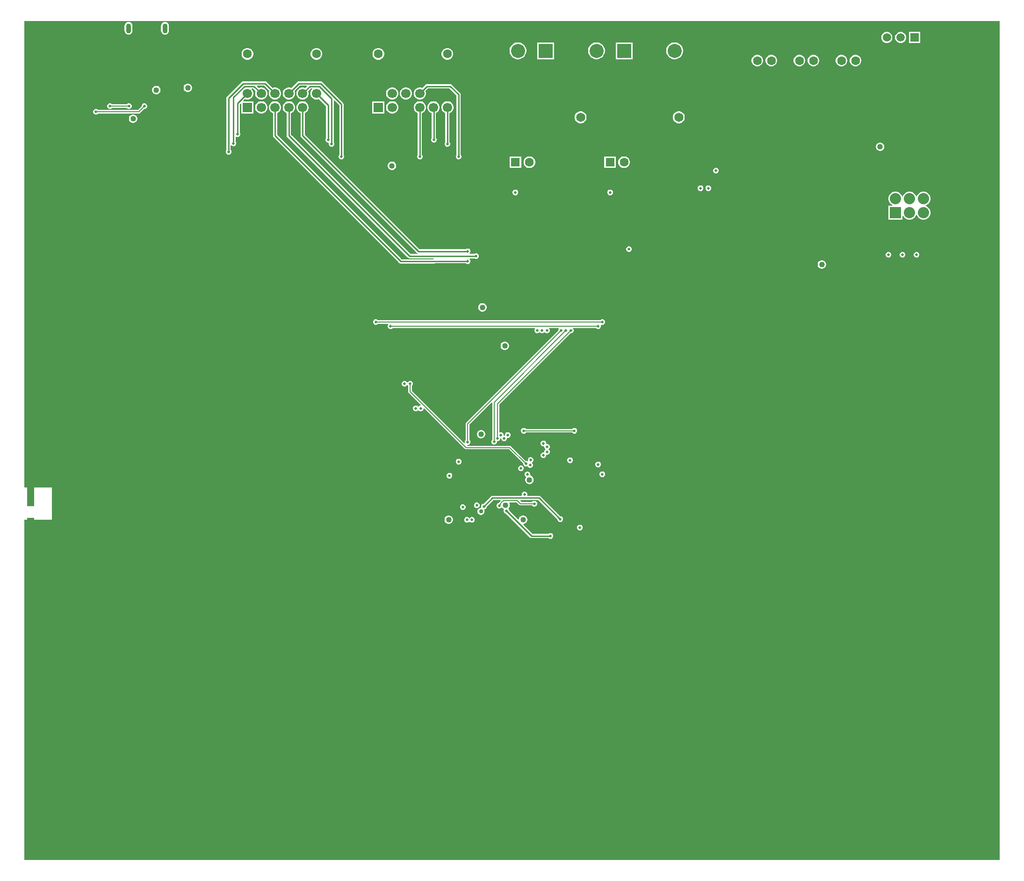
<source format=gbr>
G04*
G04 #@! TF.GenerationSoftware,Altium Limited,Altium Designer,23.2.1 (34)*
G04*
G04 Layer_Physical_Order=3*
G04 Layer_Color=16440176*
%FSLAX44Y44*%
%MOMM*%
G71*
G04*
G04 #@! TF.SameCoordinates,B8F3427F-0302-4C4C-BDD2-04FEC27F4463*
G04*
G04*
G04 #@! TF.FilePolarity,Positive*
G04*
G01*
G75*
%ADD11C,0.1524*%
%ADD16C,0.2540*%
%ADD63C,1.7000*%
%ADD65C,1.6000*%
%ADD80R,2.5400X2.5400*%
%ADD81C,2.5400*%
%ADD82R,1.7000X1.7000*%
%ADD83R,1.6000X1.6000*%
%ADD84C,1.6000*%
%ADD85C,2.0320*%
%ADD86R,2.0320X2.0320*%
%ADD87R,1.5000X1.5000*%
%ADD88C,1.5000*%
%ADD89C,1.6500*%
%ADD90O,0.9000X1.8000*%
%ADD91C,5.0800*%
%ADD92C,0.5080*%
%ADD93C,1.0160*%
%ADD94C,0.7620*%
G36*
X1775961Y2039D02*
X10160D01*
Y618490D01*
X15240D01*
Y621665D01*
X27940D01*
Y618490D01*
X59690D01*
Y676910D01*
X27940D01*
Y643128D01*
X15240D01*
Y676910D01*
X10160D01*
Y1521961D01*
X1775961D01*
Y2039D01*
D02*
G37*
%LPC*%
G36*
X264710Y1520361D02*
X262872Y1520119D01*
X261160Y1519409D01*
X259689Y1518281D01*
X258561Y1516810D01*
X257851Y1515098D01*
X257609Y1513260D01*
Y1504260D01*
X257851Y1502422D01*
X258561Y1500710D01*
X259689Y1499239D01*
X261160Y1498111D01*
X262872Y1497401D01*
X264710Y1497159D01*
X266548Y1497401D01*
X268260Y1498111D01*
X269731Y1499239D01*
X270859Y1500710D01*
X271569Y1502422D01*
X271811Y1504260D01*
Y1513260D01*
X271569Y1515098D01*
X270859Y1516810D01*
X269731Y1518281D01*
X268260Y1519409D01*
X266548Y1520119D01*
X264710Y1520361D01*
D02*
G37*
G36*
X198710D02*
X196872Y1520119D01*
X195160Y1519409D01*
X193689Y1518281D01*
X192561Y1516810D01*
X191851Y1515098D01*
X191609Y1513260D01*
Y1504260D01*
X191851Y1502422D01*
X192561Y1500710D01*
X193689Y1499239D01*
X195160Y1498111D01*
X196872Y1497401D01*
X198710Y1497159D01*
X200548Y1497401D01*
X202260Y1498111D01*
X203731Y1499239D01*
X204859Y1500710D01*
X205569Y1502422D01*
X205811Y1504260D01*
Y1513260D01*
X205569Y1515098D01*
X204859Y1516810D01*
X203731Y1518281D01*
X202260Y1519409D01*
X200548Y1520119D01*
X198710Y1520361D01*
D02*
G37*
G36*
X1631830Y1502290D02*
X1611750D01*
Y1482210D01*
X1631830D01*
Y1502290D01*
D02*
G37*
G36*
X1598112D02*
X1595468D01*
X1592915Y1501606D01*
X1590625Y1500284D01*
X1588756Y1498415D01*
X1587434Y1496125D01*
X1586750Y1493572D01*
Y1490928D01*
X1587434Y1488375D01*
X1588756Y1486085D01*
X1590625Y1484216D01*
X1592915Y1482894D01*
X1595468Y1482210D01*
X1598112D01*
X1600665Y1482894D01*
X1602955Y1484216D01*
X1604824Y1486085D01*
X1606146Y1488375D01*
X1606830Y1490928D01*
Y1493572D01*
X1606146Y1496125D01*
X1604824Y1498415D01*
X1602955Y1500284D01*
X1600665Y1501606D01*
X1598112Y1502290D01*
D02*
G37*
G36*
X1573112D02*
X1570468D01*
X1567915Y1501606D01*
X1565625Y1500284D01*
X1563756Y1498415D01*
X1562434Y1496125D01*
X1561750Y1493572D01*
Y1490928D01*
X1562434Y1488375D01*
X1563756Y1486085D01*
X1565625Y1484216D01*
X1567915Y1482894D01*
X1570468Y1482210D01*
X1573112D01*
X1575665Y1482894D01*
X1577955Y1484216D01*
X1579824Y1486085D01*
X1581146Y1488375D01*
X1581830Y1490928D01*
Y1493572D01*
X1581146Y1496125D01*
X1579824Y1498415D01*
X1577955Y1500284D01*
X1575665Y1501606D01*
X1573112Y1502290D01*
D02*
G37*
G36*
X1188951Y1483360D02*
X1185949D01*
X1183005Y1482774D01*
X1180231Y1481626D01*
X1177735Y1479958D01*
X1175612Y1477835D01*
X1173944Y1475339D01*
X1172796Y1472565D01*
X1172210Y1469621D01*
Y1466619D01*
X1172796Y1463675D01*
X1173944Y1460901D01*
X1175612Y1458405D01*
X1177735Y1456282D01*
X1180231Y1454615D01*
X1183005Y1453466D01*
X1185949Y1452880D01*
X1188951D01*
X1191895Y1453466D01*
X1194669Y1454615D01*
X1197165Y1456282D01*
X1199288Y1458405D01*
X1200956Y1460901D01*
X1202104Y1463675D01*
X1202690Y1466619D01*
Y1469621D01*
X1202104Y1472565D01*
X1200956Y1475339D01*
X1199288Y1477835D01*
X1197165Y1479958D01*
X1194669Y1481626D01*
X1191895Y1482774D01*
X1188951Y1483360D01*
D02*
G37*
G36*
X1111250D02*
X1080770D01*
Y1452880D01*
X1111250D01*
Y1483360D01*
D02*
G37*
G36*
X1047473D02*
X1044471D01*
X1041527Y1482774D01*
X1038753Y1481626D01*
X1036257Y1479958D01*
X1034134Y1477835D01*
X1032467Y1475339D01*
X1031318Y1472565D01*
X1030732Y1469621D01*
Y1466619D01*
X1031318Y1463675D01*
X1032467Y1460901D01*
X1034134Y1458405D01*
X1036257Y1456282D01*
X1038753Y1454615D01*
X1041527Y1453466D01*
X1044471Y1452880D01*
X1047473D01*
X1050417Y1453466D01*
X1053191Y1454615D01*
X1055687Y1456282D01*
X1057810Y1458405D01*
X1059477Y1460901D01*
X1060626Y1463675D01*
X1061212Y1466619D01*
Y1469621D01*
X1060626Y1472565D01*
X1059477Y1475339D01*
X1057810Y1477835D01*
X1055687Y1479958D01*
X1053191Y1481626D01*
X1050417Y1482774D01*
X1047473Y1483360D01*
D02*
G37*
G36*
X969010D02*
X938530D01*
Y1452880D01*
X969010D01*
Y1483360D01*
D02*
G37*
G36*
X905233D02*
X902231D01*
X899287Y1482774D01*
X896513Y1481626D01*
X894017Y1479958D01*
X891894Y1477835D01*
X890227Y1475339D01*
X889078Y1472565D01*
X888492Y1469621D01*
Y1466619D01*
X889078Y1463675D01*
X890227Y1460901D01*
X891894Y1458405D01*
X894017Y1456282D01*
X896513Y1454615D01*
X899287Y1453466D01*
X902231Y1452880D01*
X905233D01*
X908177Y1453466D01*
X910951Y1454615D01*
X913447Y1456282D01*
X915570Y1458405D01*
X917237Y1460901D01*
X918386Y1463675D01*
X918972Y1466619D01*
Y1469621D01*
X918386Y1472565D01*
X917237Y1475339D01*
X915570Y1477835D01*
X913447Y1479958D01*
X910951Y1481626D01*
X908177Y1482774D01*
X905233Y1483360D01*
D02*
G37*
G36*
X777427Y1472990D02*
X774652D01*
X771972Y1472272D01*
X769568Y1470884D01*
X767606Y1468922D01*
X766218Y1466518D01*
X765500Y1463838D01*
Y1461062D01*
X766218Y1458382D01*
X767606Y1455978D01*
X769568Y1454016D01*
X771972Y1452628D01*
X774652Y1451910D01*
X777427D01*
X780108Y1452628D01*
X782512Y1454016D01*
X784474Y1455978D01*
X785861Y1458382D01*
X786580Y1461062D01*
Y1463838D01*
X785861Y1466518D01*
X784474Y1468922D01*
X782512Y1470884D01*
X780108Y1472272D01*
X777427Y1472990D01*
D02*
G37*
G36*
X652428D02*
X649652D01*
X646972Y1472272D01*
X644568Y1470884D01*
X642606Y1468922D01*
X641218Y1466518D01*
X640500Y1463838D01*
Y1461062D01*
X641218Y1458382D01*
X642606Y1455978D01*
X644568Y1454016D01*
X646972Y1452628D01*
X649652Y1451910D01*
X652428D01*
X655108Y1452628D01*
X657512Y1454016D01*
X659474Y1455978D01*
X660862Y1458382D01*
X661580Y1461062D01*
Y1463838D01*
X660862Y1466518D01*
X659474Y1468922D01*
X657512Y1470884D01*
X655108Y1472272D01*
X652428Y1472990D01*
D02*
G37*
G36*
X540337D02*
X537562D01*
X534882Y1472272D01*
X532478Y1470884D01*
X530516Y1468922D01*
X529128Y1466518D01*
X528410Y1463838D01*
Y1461062D01*
X529128Y1458382D01*
X530516Y1455978D01*
X532478Y1454016D01*
X534882Y1452628D01*
X537562Y1451910D01*
X540337D01*
X543018Y1452628D01*
X545421Y1454016D01*
X547384Y1455978D01*
X548771Y1458382D01*
X549490Y1461062D01*
Y1463838D01*
X548771Y1466518D01*
X547384Y1468922D01*
X545421Y1470884D01*
X543018Y1472272D01*
X540337Y1472990D01*
D02*
G37*
G36*
X415338D02*
X412562D01*
X409882Y1472272D01*
X407478Y1470884D01*
X405516Y1468922D01*
X404128Y1466518D01*
X403410Y1463838D01*
Y1461062D01*
X404128Y1458382D01*
X405516Y1455978D01*
X407478Y1454016D01*
X409882Y1452628D01*
X412562Y1451910D01*
X415338D01*
X418018Y1452628D01*
X420422Y1454016D01*
X422384Y1455978D01*
X423772Y1458382D01*
X424490Y1461062D01*
Y1463838D01*
X423772Y1466518D01*
X422384Y1468922D01*
X420422Y1470884D01*
X418018Y1472272D01*
X415338Y1472990D01*
D02*
G37*
G36*
X1516498Y1460880D02*
X1513722D01*
X1511042Y1460162D01*
X1508638Y1458774D01*
X1506676Y1456812D01*
X1505288Y1454408D01*
X1504570Y1451728D01*
Y1448952D01*
X1505288Y1446272D01*
X1506676Y1443868D01*
X1508638Y1441906D01*
X1511042Y1440518D01*
X1513722Y1439800D01*
X1516498D01*
X1519178Y1440518D01*
X1521582Y1441906D01*
X1523544Y1443868D01*
X1524932Y1446272D01*
X1525650Y1448952D01*
Y1451728D01*
X1524932Y1454408D01*
X1523544Y1456812D01*
X1521582Y1458774D01*
X1519178Y1460162D01*
X1516498Y1460880D01*
D02*
G37*
G36*
X1491098D02*
X1488322D01*
X1485642Y1460162D01*
X1483238Y1458774D01*
X1481276Y1456812D01*
X1479888Y1454408D01*
X1479170Y1451728D01*
Y1448952D01*
X1479888Y1446272D01*
X1481276Y1443868D01*
X1483238Y1441906D01*
X1485642Y1440518D01*
X1488322Y1439800D01*
X1491098D01*
X1493778Y1440518D01*
X1496182Y1441906D01*
X1498144Y1443868D01*
X1499532Y1446272D01*
X1500250Y1448952D01*
Y1451728D01*
X1499532Y1454408D01*
X1498144Y1456812D01*
X1496182Y1458774D01*
X1493778Y1460162D01*
X1491098Y1460880D01*
D02*
G37*
G36*
X1440298D02*
X1437522D01*
X1434842Y1460162D01*
X1432438Y1458774D01*
X1430476Y1456812D01*
X1429088Y1454408D01*
X1428370Y1451728D01*
Y1448952D01*
X1429088Y1446272D01*
X1430476Y1443868D01*
X1432438Y1441906D01*
X1434842Y1440518D01*
X1437522Y1439800D01*
X1440298D01*
X1442978Y1440518D01*
X1445382Y1441906D01*
X1447344Y1443868D01*
X1448732Y1446272D01*
X1449450Y1448952D01*
Y1451728D01*
X1448732Y1454408D01*
X1447344Y1456812D01*
X1445382Y1458774D01*
X1442978Y1460162D01*
X1440298Y1460880D01*
D02*
G37*
G36*
X1414898D02*
X1412122D01*
X1409442Y1460162D01*
X1407038Y1458774D01*
X1405076Y1456812D01*
X1403688Y1454408D01*
X1402970Y1451728D01*
Y1448952D01*
X1403688Y1446272D01*
X1405076Y1443868D01*
X1407038Y1441906D01*
X1409442Y1440518D01*
X1412122Y1439800D01*
X1414898D01*
X1417578Y1440518D01*
X1419982Y1441906D01*
X1421944Y1443868D01*
X1423332Y1446272D01*
X1424050Y1448952D01*
Y1451728D01*
X1423332Y1454408D01*
X1421944Y1456812D01*
X1419982Y1458774D01*
X1417578Y1460162D01*
X1414898Y1460880D01*
D02*
G37*
G36*
X1364098D02*
X1361322D01*
X1358642Y1460162D01*
X1356238Y1458774D01*
X1354276Y1456812D01*
X1352888Y1454408D01*
X1352170Y1451728D01*
Y1448952D01*
X1352888Y1446272D01*
X1354276Y1443868D01*
X1356238Y1441906D01*
X1358642Y1440518D01*
X1361322Y1439800D01*
X1364098D01*
X1366778Y1440518D01*
X1369182Y1441906D01*
X1371144Y1443868D01*
X1372532Y1446272D01*
X1373250Y1448952D01*
Y1451728D01*
X1372532Y1454408D01*
X1371144Y1456812D01*
X1369182Y1458774D01*
X1366778Y1460162D01*
X1364098Y1460880D01*
D02*
G37*
G36*
X1338698D02*
X1335922D01*
X1333242Y1460162D01*
X1330838Y1458774D01*
X1328876Y1456812D01*
X1327488Y1454408D01*
X1326770Y1451728D01*
Y1448952D01*
X1327488Y1446272D01*
X1328876Y1443868D01*
X1330838Y1441906D01*
X1333242Y1440518D01*
X1335922Y1439800D01*
X1338698D01*
X1341378Y1440518D01*
X1343782Y1441906D01*
X1345744Y1443868D01*
X1347132Y1446272D01*
X1347850Y1448952D01*
Y1451728D01*
X1347132Y1454408D01*
X1345744Y1456812D01*
X1343782Y1458774D01*
X1341378Y1460162D01*
X1338698Y1460880D01*
D02*
G37*
G36*
X781455Y1407607D02*
X739112D01*
X737625Y1407311D01*
X736365Y1406469D01*
X730639Y1400743D01*
X730301Y1400938D01*
X727493Y1401690D01*
X724587D01*
X721779Y1400938D01*
X719261Y1399484D01*
X717206Y1397429D01*
X715752Y1394911D01*
X715000Y1392103D01*
Y1389197D01*
X715752Y1386389D01*
X717206Y1383871D01*
X719261Y1381816D01*
X721779Y1380362D01*
X724587Y1379610D01*
X727493D01*
X730301Y1380362D01*
X732819Y1381816D01*
X734874Y1383871D01*
X736328Y1386389D01*
X737080Y1389197D01*
Y1392103D01*
X736328Y1394911D01*
X736133Y1395249D01*
X740721Y1399837D01*
X779846D01*
X792405Y1387278D01*
Y1279650D01*
X791983Y1279228D01*
X791210Y1277361D01*
Y1275340D01*
X791983Y1273472D01*
X793412Y1272043D01*
X795279Y1271270D01*
X797300D01*
X799168Y1272043D01*
X800597Y1273472D01*
X801370Y1275340D01*
Y1277361D01*
X800597Y1279228D01*
X800175Y1279650D01*
Y1388887D01*
X799879Y1390373D01*
X799037Y1391633D01*
X784202Y1406469D01*
X782941Y1407311D01*
X781455Y1407607D01*
D02*
G37*
G36*
X546469Y1412687D02*
X507102D01*
X505615Y1412391D01*
X504355Y1411549D01*
X493549Y1400743D01*
X493211Y1400938D01*
X490403Y1401690D01*
X487497D01*
X484689Y1400938D01*
X482171Y1399484D01*
X480116Y1397429D01*
X478662Y1394911D01*
X477910Y1392103D01*
Y1389197D01*
X478662Y1386389D01*
X480116Y1383871D01*
X482171Y1381816D01*
X484689Y1380362D01*
X487497Y1379610D01*
X490403D01*
X493211Y1380362D01*
X495729Y1381816D01*
X497784Y1383871D01*
X499238Y1386389D01*
X499990Y1389197D01*
Y1392103D01*
X499238Y1394911D01*
X499043Y1395249D01*
X508711Y1404917D01*
X521064D01*
X521550Y1403744D01*
X518549Y1400743D01*
X518211Y1400938D01*
X515403Y1401690D01*
X512497D01*
X509689Y1400938D01*
X507171Y1399484D01*
X505116Y1397429D01*
X503662Y1394911D01*
X502910Y1392103D01*
Y1389197D01*
X503662Y1386389D01*
X505116Y1383871D01*
X507171Y1381816D01*
X509689Y1380362D01*
X512497Y1379610D01*
X515403D01*
X518211Y1380362D01*
X520729Y1381816D01*
X522784Y1383871D01*
X524238Y1386389D01*
X524990Y1389197D01*
Y1392103D01*
X524238Y1394911D01*
X524043Y1395249D01*
X528631Y1399837D01*
X530728D01*
X531254Y1398567D01*
X530116Y1397429D01*
X528662Y1394911D01*
X527910Y1392103D01*
Y1389197D01*
X528662Y1386389D01*
X530116Y1383871D01*
X532171Y1381816D01*
X534689Y1380362D01*
X537497Y1379610D01*
X540403D01*
X543211Y1380362D01*
X543549Y1380557D01*
X556185Y1367921D01*
Y1310130D01*
X555763Y1309708D01*
X554990Y1307841D01*
Y1305820D01*
X555763Y1303952D01*
X557192Y1302523D01*
X559059Y1301750D01*
X560599D01*
X561412Y1300795D01*
X561488Y1300577D01*
X561340Y1300220D01*
Y1298199D01*
X562113Y1296332D01*
X563542Y1294903D01*
X565410Y1294130D01*
X567430D01*
X569298Y1294903D01*
X570727Y1296332D01*
X571500Y1298199D01*
Y1300220D01*
X570727Y1302088D01*
X570305Y1302510D01*
Y1377813D01*
X571478Y1378299D01*
X580315Y1369462D01*
Y1279650D01*
X579893Y1279228D01*
X579120Y1277361D01*
Y1275340D01*
X579893Y1273472D01*
X581322Y1272043D01*
X583190Y1271270D01*
X585210D01*
X587078Y1272043D01*
X588507Y1273472D01*
X589280Y1275340D01*
Y1277361D01*
X588507Y1279228D01*
X588085Y1279650D01*
Y1371071D01*
X587789Y1372557D01*
X586947Y1373817D01*
X549216Y1411549D01*
X547955Y1412391D01*
X546469Y1412687D01*
D02*
G37*
G36*
X307073Y1408430D02*
X305067D01*
X303129Y1407911D01*
X301391Y1406908D01*
X299972Y1405489D01*
X298969Y1403751D01*
X298450Y1401813D01*
Y1399807D01*
X298969Y1397869D01*
X299972Y1396131D01*
X301391Y1394713D01*
X303129Y1393709D01*
X305067Y1393190D01*
X307073D01*
X309011Y1393709D01*
X310749Y1394713D01*
X312167Y1396131D01*
X313171Y1397869D01*
X313690Y1399807D01*
Y1401813D01*
X313171Y1403751D01*
X312167Y1405489D01*
X310749Y1406908D01*
X309011Y1407911D01*
X307073Y1408430D01*
D02*
G37*
G36*
X249923Y1404620D02*
X247917D01*
X245979Y1404101D01*
X244241Y1403098D01*
X242822Y1401679D01*
X241819Y1399941D01*
X241300Y1398003D01*
Y1395997D01*
X241819Y1394059D01*
X242822Y1392321D01*
X244241Y1390903D01*
X245979Y1389899D01*
X247917Y1389380D01*
X249923D01*
X251861Y1389899D01*
X253599Y1390903D01*
X255018Y1392321D01*
X256021Y1394059D01*
X256540Y1395997D01*
Y1398003D01*
X256021Y1399941D01*
X255018Y1401679D01*
X253599Y1403098D01*
X251861Y1404101D01*
X249923Y1404620D01*
D02*
G37*
G36*
X702493Y1401690D02*
X699587D01*
X696779Y1400938D01*
X694261Y1399484D01*
X692206Y1397429D01*
X690752Y1394911D01*
X690000Y1392103D01*
Y1389197D01*
X690752Y1386389D01*
X692206Y1383871D01*
X694261Y1381816D01*
X696779Y1380362D01*
X699587Y1379610D01*
X702493D01*
X705301Y1380362D01*
X707819Y1381816D01*
X709874Y1383871D01*
X711328Y1386389D01*
X712080Y1389197D01*
Y1392103D01*
X711328Y1394911D01*
X709874Y1397429D01*
X707819Y1399484D01*
X705301Y1400938D01*
X702493Y1401690D01*
D02*
G37*
G36*
X677493D02*
X674587D01*
X671779Y1400938D01*
X669261Y1399484D01*
X667206Y1397429D01*
X665752Y1394911D01*
X665000Y1392103D01*
Y1389197D01*
X665752Y1386389D01*
X667206Y1383871D01*
X669261Y1381816D01*
X671779Y1380362D01*
X674587Y1379610D01*
X677493D01*
X680301Y1380362D01*
X682819Y1381816D01*
X684874Y1383871D01*
X686328Y1386389D01*
X687080Y1389197D01*
Y1392103D01*
X686328Y1394911D01*
X684874Y1397429D01*
X682819Y1399484D01*
X680301Y1400938D01*
X677493Y1401690D01*
D02*
G37*
G36*
X445798Y1412687D02*
X406431D01*
X404945Y1412391D01*
X403684Y1411549D01*
X376983Y1384848D01*
X376141Y1383587D01*
X375845Y1382101D01*
Y1288540D01*
X375423Y1288118D01*
X374650Y1286250D01*
Y1284229D01*
X375423Y1282362D01*
X376852Y1280933D01*
X378719Y1280160D01*
X380741D01*
X382608Y1280933D01*
X384037Y1282362D01*
X384810Y1284229D01*
Y1286250D01*
X384037Y1288118D01*
X383615Y1288540D01*
Y1296505D01*
X384885Y1297031D01*
X385742Y1296173D01*
X387609Y1295400D01*
X389631D01*
X391498Y1296173D01*
X392927Y1297602D01*
X393700Y1299469D01*
Y1301490D01*
X392927Y1303358D01*
X392505Y1303780D01*
Y1311882D01*
X393775Y1312513D01*
X395229Y1311910D01*
X397251D01*
X399118Y1312683D01*
X400547Y1314112D01*
X401320Y1315979D01*
Y1318000D01*
X400547Y1319868D01*
X400125Y1320290D01*
Y1371331D01*
X401737Y1372943D01*
X402910Y1372457D01*
Y1354610D01*
X424990D01*
Y1376690D01*
X407143D01*
X406657Y1377863D01*
X409351Y1380557D01*
X409689Y1380362D01*
X412497Y1379610D01*
X415403D01*
X418211Y1380362D01*
X420729Y1381816D01*
X422784Y1383871D01*
X424238Y1386389D01*
X424990Y1389197D01*
Y1392103D01*
X424238Y1394911D01*
X422784Y1397429D01*
X421646Y1398567D01*
X422172Y1399837D01*
X424269D01*
X428857Y1395249D01*
X428662Y1394911D01*
X427910Y1392103D01*
Y1389197D01*
X428662Y1386389D01*
X430116Y1383871D01*
X432171Y1381816D01*
X434689Y1380362D01*
X437497Y1379610D01*
X440403D01*
X443211Y1380362D01*
X445729Y1381816D01*
X447784Y1383871D01*
X449238Y1386389D01*
X449990Y1389197D01*
Y1392103D01*
X449238Y1394911D01*
X447784Y1397429D01*
X445729Y1399484D01*
X443211Y1400938D01*
X440403Y1401690D01*
X437497D01*
X434689Y1400938D01*
X434351Y1400743D01*
X431350Y1403744D01*
X431836Y1404917D01*
X444189D01*
X453857Y1395249D01*
X453662Y1394911D01*
X452910Y1392103D01*
Y1389197D01*
X453662Y1386389D01*
X455116Y1383871D01*
X457171Y1381816D01*
X459689Y1380362D01*
X462497Y1379610D01*
X465403D01*
X468211Y1380362D01*
X470729Y1381816D01*
X472784Y1383871D01*
X474238Y1386389D01*
X474990Y1389197D01*
Y1392103D01*
X474238Y1394911D01*
X472784Y1397429D01*
X470729Y1399484D01*
X468211Y1400938D01*
X465403Y1401690D01*
X462497D01*
X459689Y1400938D01*
X459351Y1400743D01*
X448545Y1411549D01*
X447285Y1412391D01*
X445798Y1412687D01*
D02*
G37*
G36*
X200401Y1372870D02*
X198379D01*
X196512Y1372097D01*
X195572Y1371157D01*
X168918D01*
X167978Y1372097D01*
X166110Y1372870D01*
X164090D01*
X162222Y1372097D01*
X160793Y1370668D01*
X160020Y1368801D01*
Y1366779D01*
X160793Y1364912D01*
X162222Y1363483D01*
X164090Y1362710D01*
X166110D01*
X167978Y1363483D01*
X168918Y1364423D01*
X195572D01*
X196512Y1363483D01*
X198379Y1362710D01*
X200401D01*
X202268Y1363483D01*
X203697Y1364912D01*
X204470Y1366779D01*
Y1368801D01*
X203697Y1370668D01*
X202268Y1372097D01*
X200401Y1372870D01*
D02*
G37*
G36*
X228340D02*
X226320D01*
X224452Y1372097D01*
X223023Y1370668D01*
X222250Y1368801D01*
Y1367471D01*
X215776Y1360997D01*
X143518D01*
X142578Y1361937D01*
X140710Y1362710D01*
X138689D01*
X136822Y1361937D01*
X135393Y1360508D01*
X134620Y1358640D01*
Y1356620D01*
X135393Y1354752D01*
X136822Y1353323D01*
X138689Y1352550D01*
X140710D01*
X142578Y1353323D01*
X143518Y1354263D01*
X217170D01*
X218458Y1354520D01*
X219551Y1355249D01*
X227011Y1362710D01*
X228340D01*
X230208Y1363483D01*
X231637Y1364912D01*
X232410Y1366779D01*
Y1368801D01*
X231637Y1370668D01*
X230208Y1372097D01*
X228340Y1372870D01*
D02*
G37*
G36*
X677493Y1376690D02*
X674587D01*
X671779Y1375938D01*
X669261Y1374484D01*
X667206Y1372429D01*
X665752Y1369911D01*
X665000Y1367103D01*
Y1364197D01*
X665752Y1361389D01*
X667206Y1358871D01*
X669261Y1356816D01*
X671779Y1355362D01*
X674587Y1354610D01*
X677493D01*
X680301Y1355362D01*
X682819Y1356816D01*
X684874Y1358871D01*
X686328Y1361389D01*
X687080Y1364197D01*
Y1367103D01*
X686328Y1369911D01*
X684874Y1372429D01*
X682819Y1374484D01*
X680301Y1375938D01*
X677493Y1376690D01*
D02*
G37*
G36*
X662080D02*
X640000D01*
Y1354610D01*
X662080D01*
Y1376690D01*
D02*
G37*
G36*
X440403D02*
X437497D01*
X434689Y1375938D01*
X432171Y1374484D01*
X430116Y1372429D01*
X428662Y1369911D01*
X427910Y1367103D01*
Y1364197D01*
X428662Y1361389D01*
X430116Y1358871D01*
X432171Y1356816D01*
X434689Y1355362D01*
X437497Y1354610D01*
X440403D01*
X443211Y1355362D01*
X445729Y1356816D01*
X447784Y1358871D01*
X449238Y1361389D01*
X449990Y1364197D01*
Y1367103D01*
X449238Y1369911D01*
X447784Y1372429D01*
X445729Y1374484D01*
X443211Y1375938D01*
X440403Y1376690D01*
D02*
G37*
G36*
X208013Y1352550D02*
X206007D01*
X204069Y1352031D01*
X202331Y1351028D01*
X200912Y1349609D01*
X199909Y1347871D01*
X199390Y1345933D01*
Y1343927D01*
X199909Y1341989D01*
X200912Y1340251D01*
X202331Y1338833D01*
X204069Y1337829D01*
X206007Y1337310D01*
X208013D01*
X209951Y1337829D01*
X211689Y1338833D01*
X213107Y1340251D01*
X214111Y1341989D01*
X214630Y1343927D01*
Y1345933D01*
X214111Y1347871D01*
X213107Y1349609D01*
X211689Y1351028D01*
X209951Y1352031D01*
X208013Y1352550D01*
D02*
G37*
G36*
X1196490Y1358260D02*
X1193650D01*
X1190905Y1357525D01*
X1188445Y1356104D01*
X1186436Y1354095D01*
X1185015Y1351635D01*
X1184280Y1348891D01*
Y1346049D01*
X1185015Y1343305D01*
X1186436Y1340845D01*
X1188445Y1338836D01*
X1190905Y1337415D01*
X1193650Y1336680D01*
X1196490D01*
X1199235Y1337415D01*
X1201695Y1338836D01*
X1203704Y1340845D01*
X1205125Y1343305D01*
X1205860Y1346049D01*
Y1348891D01*
X1205125Y1351635D01*
X1203704Y1354095D01*
X1201695Y1356104D01*
X1199235Y1357525D01*
X1196490Y1358260D01*
D02*
G37*
G36*
X1018690D02*
X1015850D01*
X1013105Y1357525D01*
X1010645Y1356104D01*
X1008636Y1354095D01*
X1007215Y1351635D01*
X1006480Y1348891D01*
Y1346049D01*
X1007215Y1343305D01*
X1008636Y1340845D01*
X1010645Y1338836D01*
X1013105Y1337415D01*
X1015850Y1336680D01*
X1018690D01*
X1021435Y1337415D01*
X1023895Y1338836D01*
X1025904Y1340845D01*
X1027325Y1343305D01*
X1028060Y1346049D01*
Y1348891D01*
X1027325Y1351635D01*
X1025904Y1354095D01*
X1023895Y1356104D01*
X1021435Y1357525D01*
X1018690Y1358260D01*
D02*
G37*
G36*
X752493Y1376690D02*
X749587D01*
X746779Y1375938D01*
X744261Y1374484D01*
X742206Y1372429D01*
X740752Y1369911D01*
X740000Y1367103D01*
Y1364197D01*
X740752Y1361389D01*
X742206Y1358871D01*
X744261Y1356816D01*
X746779Y1355362D01*
X747555Y1355154D01*
Y1309730D01*
X747533Y1309708D01*
X746760Y1307841D01*
Y1305820D01*
X747533Y1303952D01*
X748962Y1302523D01*
X750829Y1301750D01*
X752850D01*
X754718Y1302523D01*
X756147Y1303952D01*
X756920Y1305820D01*
Y1307841D01*
X756147Y1309708D01*
X755325Y1310530D01*
Y1355376D01*
X757819Y1356816D01*
X759874Y1358871D01*
X761328Y1361389D01*
X762080Y1364197D01*
Y1367103D01*
X761328Y1369911D01*
X759874Y1372429D01*
X757819Y1374484D01*
X755301Y1375938D01*
X752493Y1376690D01*
D02*
G37*
G36*
X777493D02*
X774587D01*
X771779Y1375938D01*
X769261Y1374484D01*
X767206Y1372429D01*
X765752Y1369911D01*
X765000Y1367103D01*
Y1364197D01*
X765752Y1361389D01*
X767206Y1358871D01*
X769261Y1356816D01*
X771779Y1355362D01*
X772120Y1355271D01*
Y1302545D01*
X771663Y1302088D01*
X770890Y1300220D01*
Y1298199D01*
X771663Y1296332D01*
X773092Y1294903D01*
X774959Y1294130D01*
X776981D01*
X778848Y1294903D01*
X780277Y1296332D01*
X781050Y1298199D01*
Y1300220D01*
X780277Y1302088D01*
X779890Y1302475D01*
Y1355252D01*
X780301Y1355362D01*
X782819Y1356816D01*
X784874Y1358871D01*
X786328Y1361389D01*
X787080Y1364197D01*
Y1367103D01*
X786328Y1369911D01*
X784874Y1372429D01*
X782819Y1374484D01*
X780301Y1375938D01*
X777493Y1376690D01*
D02*
G37*
G36*
X1560563Y1301750D02*
X1558557D01*
X1556619Y1301231D01*
X1554881Y1300228D01*
X1553463Y1298809D01*
X1552459Y1297071D01*
X1551940Y1295133D01*
Y1293127D01*
X1552459Y1291189D01*
X1553463Y1289451D01*
X1554881Y1288033D01*
X1556619Y1287029D01*
X1558557Y1286510D01*
X1560563D01*
X1562501Y1287029D01*
X1564239Y1288033D01*
X1565658Y1289451D01*
X1566661Y1291189D01*
X1567180Y1293127D01*
Y1295133D01*
X1566661Y1297071D01*
X1565658Y1298809D01*
X1564239Y1300228D01*
X1562501Y1301231D01*
X1560563Y1301750D01*
D02*
G37*
G36*
X727493Y1376690D02*
X724587D01*
X721779Y1375938D01*
X719261Y1374484D01*
X717206Y1372429D01*
X715752Y1369911D01*
X715000Y1367103D01*
Y1364197D01*
X715752Y1361389D01*
X717206Y1358871D01*
X719261Y1356816D01*
X721779Y1355362D01*
X722355Y1355208D01*
Y1279450D01*
X722133Y1279228D01*
X721360Y1277361D01*
Y1275340D01*
X722133Y1273472D01*
X723562Y1272043D01*
X725430Y1271270D01*
X727450D01*
X729318Y1272043D01*
X730747Y1273472D01*
X731520Y1275340D01*
Y1277361D01*
X730747Y1279228D01*
X730125Y1279850D01*
Y1355315D01*
X730301Y1355362D01*
X732819Y1356816D01*
X734874Y1358871D01*
X736328Y1361389D01*
X737080Y1364197D01*
Y1367103D01*
X736328Y1369911D01*
X734874Y1372429D01*
X732819Y1374484D01*
X730301Y1375938D01*
X727493Y1376690D01*
D02*
G37*
G36*
X1097398Y1276730D02*
X1094622D01*
X1091942Y1276012D01*
X1089538Y1274624D01*
X1087576Y1272662D01*
X1086188Y1270258D01*
X1085470Y1267578D01*
Y1264802D01*
X1086188Y1262122D01*
X1087576Y1259718D01*
X1089538Y1257756D01*
X1091942Y1256368D01*
X1094622Y1255650D01*
X1097398D01*
X1100078Y1256368D01*
X1102482Y1257756D01*
X1104444Y1259718D01*
X1105832Y1262122D01*
X1106550Y1264802D01*
Y1267578D01*
X1105832Y1270258D01*
X1104444Y1272662D01*
X1102482Y1274624D01*
X1100078Y1276012D01*
X1097398Y1276730D01*
D02*
G37*
G36*
X1081150D02*
X1060070D01*
Y1255650D01*
X1081150D01*
Y1276730D01*
D02*
G37*
G36*
X925948D02*
X923172D01*
X920492Y1276012D01*
X918088Y1274624D01*
X916126Y1272662D01*
X914738Y1270258D01*
X914020Y1267578D01*
Y1264802D01*
X914738Y1262122D01*
X916126Y1259718D01*
X918088Y1257756D01*
X920492Y1256368D01*
X923172Y1255650D01*
X925948D01*
X928628Y1256368D01*
X931032Y1257756D01*
X932994Y1259718D01*
X934382Y1262122D01*
X935100Y1264802D01*
Y1267578D01*
X934382Y1270258D01*
X932994Y1272662D01*
X931032Y1274624D01*
X928628Y1276012D01*
X925948Y1276730D01*
D02*
G37*
G36*
X909700D02*
X888620D01*
Y1255650D01*
X909700D01*
Y1276730D01*
D02*
G37*
G36*
X676643Y1267460D02*
X674637D01*
X672699Y1266941D01*
X670961Y1265938D01*
X669542Y1264519D01*
X668539Y1262781D01*
X668020Y1260843D01*
Y1258837D01*
X668539Y1256899D01*
X669542Y1255161D01*
X670961Y1253743D01*
X672699Y1252739D01*
X674637Y1252220D01*
X676643D01*
X678581Y1252739D01*
X680319Y1253743D01*
X681738Y1255161D01*
X682741Y1256899D01*
X683260Y1258837D01*
Y1260843D01*
X682741Y1262781D01*
X681738Y1264519D01*
X680319Y1265938D01*
X678581Y1266941D01*
X676643Y1267460D01*
D02*
G37*
G36*
X1263391Y1256030D02*
X1261369D01*
X1259502Y1255257D01*
X1258073Y1253828D01*
X1257300Y1251961D01*
Y1249939D01*
X1258073Y1248072D01*
X1259502Y1246643D01*
X1261369Y1245870D01*
X1263391D01*
X1265258Y1246643D01*
X1266687Y1248072D01*
X1267460Y1249939D01*
Y1251961D01*
X1266687Y1253828D01*
X1265258Y1255257D01*
X1263391Y1256030D01*
D02*
G37*
G36*
X1249420Y1224280D02*
X1247400D01*
X1245532Y1223507D01*
X1244103Y1222078D01*
X1243330Y1220210D01*
Y1218189D01*
X1244103Y1216322D01*
X1245532Y1214893D01*
X1247400Y1214120D01*
X1249420D01*
X1251288Y1214893D01*
X1252717Y1216322D01*
X1253490Y1218189D01*
Y1220210D01*
X1252717Y1222078D01*
X1251288Y1223507D01*
X1249420Y1224280D01*
D02*
G37*
G36*
X1235451D02*
X1233429D01*
X1231562Y1223507D01*
X1230133Y1222078D01*
X1229360Y1220210D01*
Y1218189D01*
X1230133Y1216322D01*
X1231562Y1214893D01*
X1233429Y1214120D01*
X1235451D01*
X1237318Y1214893D01*
X1238747Y1216322D01*
X1239520Y1218189D01*
Y1220210D01*
X1238747Y1222078D01*
X1237318Y1223507D01*
X1235451Y1224280D01*
D02*
G37*
G36*
X1071620Y1216660D02*
X1069600D01*
X1067732Y1215887D01*
X1066303Y1214458D01*
X1065530Y1212590D01*
Y1210570D01*
X1066303Y1208702D01*
X1067732Y1207273D01*
X1069600Y1206500D01*
X1071620D01*
X1073488Y1207273D01*
X1074917Y1208702D01*
X1075690Y1210570D01*
Y1212590D01*
X1074917Y1214458D01*
X1073488Y1215887D01*
X1071620Y1216660D01*
D02*
G37*
G36*
X900171D02*
X898149D01*
X896282Y1215887D01*
X894853Y1214458D01*
X894080Y1212590D01*
Y1210570D01*
X894853Y1208702D01*
X896282Y1207273D01*
X898149Y1206500D01*
X900171D01*
X902038Y1207273D01*
X903467Y1208702D01*
X904240Y1210570D01*
Y1212590D01*
X903467Y1214458D01*
X902038Y1215887D01*
X900171Y1216660D01*
D02*
G37*
G36*
X1639972Y1212850D02*
X1636628D01*
X1633398Y1211984D01*
X1630502Y1210312D01*
X1628138Y1207948D01*
X1626465Y1205052D01*
X1626235Y1204192D01*
X1624965D01*
X1624734Y1205052D01*
X1623062Y1207948D01*
X1620698Y1210312D01*
X1617802Y1211984D01*
X1614572Y1212850D01*
X1611228D01*
X1607998Y1211984D01*
X1605102Y1210312D01*
X1602737Y1207948D01*
X1601066Y1205052D01*
X1600835Y1204192D01*
X1599565D01*
X1599335Y1205052D01*
X1597663Y1207948D01*
X1595298Y1210312D01*
X1592402Y1211984D01*
X1589172Y1212850D01*
X1585828D01*
X1582598Y1211984D01*
X1579702Y1210312D01*
X1577337Y1207948D01*
X1575665Y1205052D01*
X1574800Y1201822D01*
Y1198478D01*
X1575665Y1195248D01*
X1577337Y1192352D01*
X1579702Y1189987D01*
X1581897Y1188720D01*
X1581557Y1187450D01*
X1574800D01*
Y1162050D01*
X1600200D01*
Y1168807D01*
X1601470Y1169147D01*
X1602737Y1166952D01*
X1605102Y1164587D01*
X1607998Y1162915D01*
X1611228Y1162050D01*
X1614572D01*
X1617802Y1162915D01*
X1620698Y1164587D01*
X1623062Y1166952D01*
X1624734Y1169848D01*
X1624965Y1170708D01*
X1626235D01*
X1626465Y1169848D01*
X1628138Y1166952D01*
X1630502Y1164587D01*
X1633398Y1162915D01*
X1636628Y1162050D01*
X1639972D01*
X1643202Y1162915D01*
X1646098Y1164587D01*
X1648463Y1166952D01*
X1650134Y1169848D01*
X1651000Y1173078D01*
Y1176422D01*
X1650134Y1179652D01*
X1648463Y1182548D01*
X1646098Y1184912D01*
X1643202Y1186584D01*
X1642342Y1186815D01*
Y1188085D01*
X1643202Y1188316D01*
X1646098Y1189987D01*
X1648463Y1192352D01*
X1650134Y1195248D01*
X1651000Y1198478D01*
Y1201822D01*
X1650134Y1205052D01*
X1648463Y1207948D01*
X1646098Y1210312D01*
X1643202Y1211984D01*
X1639972Y1212850D01*
D02*
G37*
G36*
X1105910Y1113790D02*
X1103889D01*
X1102022Y1113017D01*
X1100593Y1111588D01*
X1099820Y1109721D01*
Y1107700D01*
X1100593Y1105832D01*
X1102022Y1104403D01*
X1103889Y1103630D01*
X1105910D01*
X1107778Y1104403D01*
X1109207Y1105832D01*
X1109980Y1107700D01*
Y1109721D01*
X1109207Y1111588D01*
X1107778Y1113017D01*
X1105910Y1113790D01*
D02*
G37*
G36*
X515403Y1376690D02*
X512497D01*
X509689Y1375938D01*
X507171Y1374484D01*
X505116Y1372429D01*
X503662Y1369911D01*
X502910Y1367103D01*
Y1364197D01*
X503662Y1361389D01*
X505116Y1358871D01*
X507171Y1356816D01*
X509689Y1355362D01*
X510065Y1355261D01*
Y1314450D01*
X510361Y1312963D01*
X511203Y1311703D01*
X720753Y1102153D01*
X722013Y1101311D01*
X722749Y1101165D01*
X722624Y1099895D01*
X708999D01*
X492835Y1316059D01*
Y1355261D01*
X493211Y1355362D01*
X495729Y1356816D01*
X497784Y1358871D01*
X499238Y1361389D01*
X499990Y1364197D01*
Y1367103D01*
X499238Y1369911D01*
X497784Y1372429D01*
X495729Y1374484D01*
X493211Y1375938D01*
X490403Y1376690D01*
X487497D01*
X484689Y1375938D01*
X482171Y1374484D01*
X480116Y1372429D01*
X478662Y1369911D01*
X477910Y1367103D01*
Y1364197D01*
X478662Y1361389D01*
X480116Y1358871D01*
X482171Y1356816D01*
X484689Y1355362D01*
X485065Y1355261D01*
Y1314450D01*
X485361Y1312963D01*
X486203Y1311703D01*
X704643Y1093263D01*
X705903Y1092421D01*
X707390Y1092125D01*
X751462D01*
X751588Y1090855D01*
X750852Y1090709D01*
X750334Y1090363D01*
X693531D01*
X467835Y1316059D01*
Y1355261D01*
X468211Y1355362D01*
X470729Y1356816D01*
X472784Y1358871D01*
X474238Y1361389D01*
X474990Y1364197D01*
Y1367103D01*
X474238Y1369911D01*
X472784Y1372429D01*
X470729Y1374484D01*
X468211Y1375938D01*
X465403Y1376690D01*
X462497D01*
X459689Y1375938D01*
X457171Y1374484D01*
X455116Y1372429D01*
X453662Y1369911D01*
X452910Y1367103D01*
Y1364197D01*
X453662Y1361389D01*
X455116Y1358871D01*
X457171Y1356816D01*
X459689Y1355362D01*
X460065Y1355261D01*
Y1314450D01*
X460361Y1312963D01*
X461203Y1311703D01*
X689175Y1083731D01*
X690435Y1082889D01*
X691922Y1082594D01*
X751696D01*
X753183Y1082889D01*
X753701Y1083235D01*
X809500D01*
X809922Y1082813D01*
X811789Y1082040D01*
X813811D01*
X815678Y1082813D01*
X817107Y1084242D01*
X817880Y1086109D01*
Y1088130D01*
X817107Y1089998D01*
X816249Y1090855D01*
X816775Y1092125D01*
X824740D01*
X825162Y1091703D01*
X827029Y1090930D01*
X829051D01*
X830918Y1091703D01*
X832347Y1093132D01*
X833120Y1094999D01*
Y1097020D01*
X832347Y1098888D01*
X830918Y1100317D01*
X829051Y1101090D01*
X827029D01*
X825162Y1100317D01*
X824740Y1099895D01*
X816775D01*
X816249Y1101165D01*
X817107Y1102022D01*
X817880Y1103889D01*
Y1105910D01*
X817107Y1107778D01*
X815678Y1109207D01*
X813811Y1109980D01*
X811789D01*
X809922Y1109207D01*
X809500Y1108785D01*
X725109D01*
X517835Y1316059D01*
Y1355261D01*
X518211Y1355362D01*
X520729Y1356816D01*
X522784Y1358871D01*
X524238Y1361389D01*
X524990Y1364197D01*
Y1367103D01*
X524238Y1369911D01*
X522784Y1372429D01*
X520729Y1374484D01*
X518211Y1375938D01*
X515403Y1376690D01*
D02*
G37*
G36*
X1626611Y1103630D02*
X1624590D01*
X1622722Y1102857D01*
X1621293Y1101428D01*
X1620520Y1099560D01*
Y1097540D01*
X1621293Y1095672D01*
X1622722Y1094243D01*
X1624590Y1093470D01*
X1626611D01*
X1628478Y1094243D01*
X1629907Y1095672D01*
X1630680Y1097540D01*
Y1099560D01*
X1629907Y1101428D01*
X1628478Y1102857D01*
X1626611Y1103630D01*
D02*
G37*
G36*
X1601210D02*
X1599189D01*
X1597322Y1102857D01*
X1595893Y1101428D01*
X1595120Y1099560D01*
Y1097540D01*
X1595893Y1095672D01*
X1597322Y1094243D01*
X1599189Y1093470D01*
X1601210D01*
X1603078Y1094243D01*
X1604507Y1095672D01*
X1605280Y1097540D01*
Y1099560D01*
X1604507Y1101428D01*
X1603078Y1102857D01*
X1601210Y1103630D01*
D02*
G37*
G36*
X1575811D02*
X1573790D01*
X1571922Y1102857D01*
X1570493Y1101428D01*
X1569720Y1099560D01*
Y1097540D01*
X1570493Y1095672D01*
X1571922Y1094243D01*
X1573790Y1093470D01*
X1575811D01*
X1577678Y1094243D01*
X1579107Y1095672D01*
X1579880Y1097540D01*
Y1099560D01*
X1579107Y1101428D01*
X1577678Y1102857D01*
X1575811Y1103630D01*
D02*
G37*
G36*
X1455153Y1088390D02*
X1453147D01*
X1451209Y1087871D01*
X1449471Y1086868D01*
X1448053Y1085449D01*
X1447049Y1083711D01*
X1446530Y1081773D01*
Y1079767D01*
X1447049Y1077829D01*
X1448053Y1076091D01*
X1449471Y1074672D01*
X1451209Y1073669D01*
X1453147Y1073150D01*
X1455153D01*
X1457091Y1073669D01*
X1458829Y1074672D01*
X1460247Y1076091D01*
X1461251Y1077829D01*
X1461770Y1079767D01*
Y1081773D01*
X1461251Y1083711D01*
X1460247Y1085449D01*
X1458829Y1086868D01*
X1457091Y1087871D01*
X1455153Y1088390D01*
D02*
G37*
G36*
X840572Y1010822D02*
X838565D01*
X836627Y1010302D01*
X834890Y1009299D01*
X833471Y1007880D01*
X832468Y1006143D01*
X831948Y1004205D01*
Y1002198D01*
X832468Y1000260D01*
X833471Y998523D01*
X834890Y997104D01*
X836627Y996101D01*
X838565Y995582D01*
X840572D01*
X842510Y996101D01*
X844247Y997104D01*
X845666Y998523D01*
X846669Y1000260D01*
X847188Y1002198D01*
Y1004205D01*
X846669Y1006143D01*
X845666Y1007880D01*
X844247Y1009299D01*
X842510Y1010302D01*
X840572Y1010822D01*
D02*
G37*
G36*
X1057651Y981710D02*
X1055630D01*
X1053762Y980937D01*
X1052822Y979997D01*
X650247D01*
X649308Y980937D01*
X647440Y981710D01*
X645419D01*
X643552Y980937D01*
X642123Y979508D01*
X641350Y977641D01*
Y975620D01*
X642123Y973752D01*
X643552Y972323D01*
X645419Y971550D01*
X647440D01*
X649308Y972323D01*
X650247Y973263D01*
X668510D01*
X668996Y972090D01*
X668793Y971888D01*
X668020Y970021D01*
Y967999D01*
X668793Y966132D01*
X670222Y964703D01*
X672089Y963930D01*
X674110D01*
X675978Y964703D01*
X676917Y965643D01*
X933940D01*
X934426Y964470D01*
X934223Y964268D01*
X933450Y962401D01*
Y960379D01*
X934223Y958512D01*
X935652Y957083D01*
X937520Y956310D01*
X939540D01*
X941408Y957083D01*
X942145Y957821D01*
X942975Y958414D01*
X943805Y957821D01*
X944542Y957083D01*
X946410Y956310D01*
X948430D01*
X950298Y957083D01*
X951035Y957821D01*
X951865Y958414D01*
X952695Y957821D01*
X953432Y957083D01*
X955300Y956310D01*
X957320D01*
X959188Y957083D01*
X960617Y958512D01*
X961390Y960379D01*
Y962401D01*
X960617Y964268D01*
X960414Y964470D01*
X960900Y965643D01*
X977120D01*
X977606Y964470D01*
X977403Y964268D01*
X976630Y962401D01*
Y961071D01*
X810419Y794861D01*
X809690Y793768D01*
X809433Y792480D01*
Y763278D01*
X808493Y762338D01*
X807720Y760471D01*
Y758449D01*
X807757Y758360D01*
X806680Y757641D01*
X712027Y852294D01*
Y861052D01*
X712967Y861992D01*
X713740Y863859D01*
Y865881D01*
X712967Y867748D01*
X711538Y869177D01*
X709670Y869950D01*
X707650D01*
X705782Y869177D01*
X704353Y867748D01*
X704215Y867413D01*
X702945D01*
X702807Y867748D01*
X701378Y869177D01*
X699510Y869950D01*
X697489D01*
X695622Y869177D01*
X694193Y867748D01*
X693420Y865881D01*
Y863859D01*
X694193Y861992D01*
X695622Y860563D01*
X697489Y859790D01*
X699510D01*
X701378Y860563D01*
X702807Y861992D01*
X702945Y862327D01*
X704215D01*
X704353Y861992D01*
X705293Y861052D01*
Y850900D01*
X705550Y849612D01*
X706279Y848519D01*
X728029Y826770D01*
X727503Y825500D01*
X726700D01*
X724832Y824727D01*
X724095Y823989D01*
X723265Y823396D01*
X722435Y823989D01*
X721698Y824727D01*
X719830Y825500D01*
X717810D01*
X715942Y824727D01*
X714513Y823298D01*
X713740Y821431D01*
Y819409D01*
X714513Y817542D01*
X715942Y816113D01*
X717810Y815340D01*
X719830D01*
X721698Y816113D01*
X722435Y816851D01*
X723265Y817444D01*
X724095Y816851D01*
X724832Y816113D01*
X726700Y815340D01*
X728720D01*
X730588Y816113D01*
X732017Y817542D01*
X732790Y819409D01*
Y820213D01*
X734060Y820739D01*
X807879Y746919D01*
X808972Y746190D01*
X810260Y745933D01*
X887606D01*
X913130Y720409D01*
Y719080D01*
X913903Y717212D01*
X915332Y715783D01*
X917199Y715010D01*
X919221D01*
X921067Y715775D01*
X921523Y714672D01*
X922952Y713243D01*
X924819Y712470D01*
X926841D01*
X928708Y713243D01*
X930137Y714672D01*
X930910Y716540D01*
Y718560D01*
X930137Y720428D01*
X929591Y720973D01*
X929678Y722384D01*
X931107Y723813D01*
X931880Y725680D01*
Y727701D01*
X931107Y729568D01*
X929678Y730997D01*
X927810Y731770D01*
X925789D01*
X923922Y730997D01*
X922493Y729568D01*
X921720Y727701D01*
Y725680D01*
X921858Y725348D01*
X921608Y725039D01*
X920833Y724502D01*
X919221Y725170D01*
X917891D01*
X891381Y751681D01*
X890288Y752410D01*
X889000Y752667D01*
X812058D01*
X811728Y753136D01*
X812404Y754380D01*
X813811D01*
X815678Y755153D01*
X817107Y756582D01*
X817880Y758449D01*
Y760471D01*
X817107Y762338D01*
X816167Y763278D01*
Y791086D01*
X856169Y831088D01*
X857439Y830562D01*
Y763540D01*
X856499Y762600D01*
X855726Y760732D01*
Y758711D01*
X856499Y756844D01*
X857928Y755415D01*
X859796Y754642D01*
X861816D01*
X863684Y755415D01*
X865113Y756844D01*
X865886Y758711D01*
Y760730D01*
X867658D01*
X869526Y761503D01*
X870955Y762932D01*
X871728Y764799D01*
Y766249D01*
X872312Y766619D01*
X873718Y766099D01*
X873760Y765907D01*
Y764799D01*
X874533Y762932D01*
X875962Y761503D01*
X877830Y760730D01*
X879850D01*
X881718Y761503D01*
X883147Y762932D01*
X883920Y764799D01*
Y765907D01*
X884133Y766868D01*
X885093Y767080D01*
X886200D01*
X888068Y767853D01*
X889497Y769282D01*
X890270Y771150D01*
Y773170D01*
X889497Y775038D01*
X888068Y776467D01*
X886200Y777240D01*
X884180D01*
X882312Y776467D01*
X880883Y775038D01*
X880110Y773170D01*
Y772063D01*
X879898Y771103D01*
X878937Y770890D01*
X878743D01*
X877783Y771103D01*
X877570Y772063D01*
Y773170D01*
X876797Y775038D01*
X875368Y776467D01*
X873501Y777240D01*
X871479D01*
X871071Y777071D01*
X870015Y777776D01*
Y827153D01*
X999126Y956265D01*
X1000546D01*
X1002413Y957038D01*
X1003842Y958467D01*
X1004615Y960334D01*
Y962355D01*
X1003842Y964222D01*
X1003594Y964470D01*
X1004080Y965643D01*
X1045202D01*
X1046142Y964703D01*
X1048009Y963930D01*
X1050031D01*
X1051898Y964703D01*
X1053327Y966132D01*
X1054100Y967999D01*
Y970021D01*
X1053706Y970972D01*
X1054678Y971944D01*
X1055630Y971550D01*
X1057651D01*
X1059518Y972323D01*
X1060947Y973752D01*
X1061720Y975620D01*
Y977641D01*
X1060947Y979508D01*
X1059518Y980937D01*
X1057651Y981710D01*
D02*
G37*
G36*
X881113Y941070D02*
X879107D01*
X877169Y940551D01*
X875431Y939548D01*
X874013Y938129D01*
X873009Y936391D01*
X872490Y934453D01*
Y932447D01*
X873009Y930509D01*
X874013Y928771D01*
X875431Y927353D01*
X877169Y926349D01*
X879107Y925830D01*
X881113D01*
X883051Y926349D01*
X884789Y927353D01*
X886208Y928771D01*
X887211Y930509D01*
X887730Y932447D01*
Y934453D01*
X887211Y936391D01*
X886208Y938129D01*
X884789Y939548D01*
X883051Y940551D01*
X881113Y941070D01*
D02*
G37*
G36*
X1006851Y784860D02*
X1004829D01*
X1002962Y784087D01*
X1002022Y783147D01*
X918217D01*
X917278Y784087D01*
X915411Y784860D01*
X913390D01*
X911522Y784087D01*
X910093Y782658D01*
X909320Y780790D01*
Y778770D01*
X910093Y776902D01*
X911522Y775473D01*
X913390Y774700D01*
X915411D01*
X917278Y775473D01*
X918217Y776413D01*
X1002022D01*
X1002962Y775473D01*
X1004829Y774700D01*
X1006851D01*
X1008718Y775473D01*
X1010147Y776902D01*
X1010920Y778770D01*
Y780790D01*
X1010147Y782658D01*
X1008718Y784087D01*
X1006851Y784860D01*
D02*
G37*
G36*
X838202Y781050D02*
X836196D01*
X834258Y780531D01*
X832520Y779528D01*
X831102Y778109D01*
X830098Y776371D01*
X829579Y774433D01*
Y772427D01*
X830098Y770489D01*
X831102Y768751D01*
X832520Y767333D01*
X834258Y766329D01*
X836196Y765810D01*
X838202D01*
X840140Y766329D01*
X841878Y767333D01*
X843297Y768751D01*
X844300Y770489D01*
X844819Y772427D01*
Y774433D01*
X844300Y776371D01*
X843297Y778109D01*
X841878Y779528D01*
X840140Y780531D01*
X838202Y781050D01*
D02*
G37*
G36*
X950971Y762000D02*
X948950D01*
X947082Y761227D01*
X945653Y759798D01*
X944880Y757931D01*
Y755910D01*
X945653Y754042D01*
X947082Y752613D01*
X948950Y751840D01*
X950120D01*
X950992Y751762D01*
X951294Y750667D01*
Y749714D01*
X952067Y747847D01*
X952850Y747064D01*
X953336Y746166D01*
X952850Y745404D01*
X952003Y744558D01*
X951230Y742691D01*
Y741583D01*
X951018Y740622D01*
X950057Y740410D01*
X948950D01*
X947082Y739637D01*
X945653Y738208D01*
X944880Y736340D01*
Y734320D01*
X945653Y732452D01*
X947082Y731023D01*
X948950Y730250D01*
X950971D01*
X952838Y731023D01*
X954267Y732452D01*
X955040Y734320D01*
Y735427D01*
X955253Y736387D01*
X956213Y736600D01*
X957320D01*
X959188Y737373D01*
X960617Y738802D01*
X961390Y740669D01*
Y742691D01*
X960617Y744558D01*
X959834Y745340D01*
X959348Y746238D01*
X959834Y747000D01*
X960680Y747847D01*
X961454Y749714D01*
Y751734D01*
X960680Y753602D01*
X959251Y755031D01*
X957384Y755804D01*
X956213D01*
X955342Y755882D01*
X955040Y756977D01*
Y757931D01*
X954267Y759798D01*
X952838Y761227D01*
X950971Y762000D01*
D02*
G37*
G36*
X999230Y731520D02*
X997209D01*
X995342Y730747D01*
X993913Y729318D01*
X993140Y727450D01*
Y725430D01*
X993913Y723562D01*
X995342Y722133D01*
X997209Y721360D01*
X999230D01*
X1001098Y722133D01*
X1002527Y723562D01*
X1003300Y725430D01*
Y727450D01*
X1002527Y729318D01*
X1001098Y730747D01*
X999230Y731520D01*
D02*
G37*
G36*
X797300Y728980D02*
X795279D01*
X793412Y728207D01*
X791983Y726778D01*
X791210Y724911D01*
Y722889D01*
X791983Y721022D01*
X793412Y719593D01*
X795279Y718820D01*
X797300D01*
X799168Y719593D01*
X800597Y721022D01*
X801370Y722889D01*
Y724911D01*
X800597Y726778D01*
X799168Y728207D01*
X797300Y728980D01*
D02*
G37*
G36*
X1050031Y723900D02*
X1048009D01*
X1046142Y723127D01*
X1044713Y721698D01*
X1043940Y719830D01*
Y717810D01*
X1044713Y715942D01*
X1046142Y714513D01*
X1048009Y713740D01*
X1050031D01*
X1051898Y714513D01*
X1053327Y715942D01*
X1054100Y717810D01*
Y719830D01*
X1053327Y721698D01*
X1051898Y723127D01*
X1050031Y723900D01*
D02*
G37*
G36*
X910331Y716788D02*
X908309D01*
X906442Y716015D01*
X905013Y714586D01*
X904240Y712719D01*
Y710697D01*
X905013Y708830D01*
X906442Y707401D01*
X908309Y706628D01*
X910331D01*
X912198Y707401D01*
X913627Y708830D01*
X914400Y710697D01*
Y712719D01*
X913627Y714586D01*
X912198Y716015D01*
X910331Y716788D01*
D02*
G37*
G36*
X1057651Y706120D02*
X1055630D01*
X1053762Y705347D01*
X1052333Y703918D01*
X1051560Y702050D01*
Y700030D01*
X1052333Y698162D01*
X1053762Y696733D01*
X1055630Y695960D01*
X1057651D01*
X1059518Y696733D01*
X1060947Y698162D01*
X1061720Y700030D01*
Y702050D01*
X1060947Y703918D01*
X1059518Y705347D01*
X1057651Y706120D01*
D02*
G37*
G36*
X780790Y703580D02*
X778770D01*
X776902Y702807D01*
X775473Y701378D01*
X774700Y699510D01*
Y697489D01*
X775473Y695622D01*
X776902Y694193D01*
X778770Y693420D01*
X780790D01*
X782658Y694193D01*
X784087Y695622D01*
X784860Y697489D01*
Y699510D01*
X784087Y701378D01*
X782658Y702807D01*
X780790Y703580D01*
D02*
G37*
G36*
X922010Y705870D02*
X919989D01*
X918122Y705097D01*
X916693Y703668D01*
X915920Y701801D01*
Y699780D01*
X916693Y697913D01*
X917857Y696749D01*
X918135Y696202D01*
X918187Y695082D01*
X917459Y693821D01*
X916940Y691883D01*
Y689877D01*
X917459Y687939D01*
X918463Y686201D01*
X919881Y684782D01*
X921619Y683779D01*
X923557Y683260D01*
X925563D01*
X927501Y683779D01*
X929239Y684782D01*
X930658Y686201D01*
X931661Y687939D01*
X932180Y689877D01*
Y691883D01*
X931661Y693821D01*
X930658Y695559D01*
X929239Y696977D01*
X927501Y697981D01*
X926788Y698172D01*
X926041Y699687D01*
X926080Y699780D01*
Y701801D01*
X925306Y703668D01*
X923877Y705097D01*
X922010Y705870D01*
D02*
G37*
G36*
X830324Y649553D02*
X828303D01*
X826436Y648779D01*
X825007Y647350D01*
X824234Y645483D01*
Y643462D01*
X825007Y641595D01*
X826436Y640166D01*
X828303Y639393D01*
X830324D01*
X832191Y640166D01*
X833620Y641595D01*
X834394Y643462D01*
Y645483D01*
X833620Y647350D01*
X832191Y648779D01*
X830324Y649553D01*
D02*
G37*
G36*
X804921Y646430D02*
X802899D01*
X801032Y645657D01*
X799603Y644228D01*
X798830Y642361D01*
Y640340D01*
X799603Y638472D01*
X801032Y637043D01*
X802899Y636270D01*
X804921D01*
X806788Y637043D01*
X808217Y638472D01*
X808990Y640340D01*
Y642361D01*
X808217Y644228D01*
X806788Y645657D01*
X804921Y646430D01*
D02*
G37*
G36*
X821431Y623316D02*
X819409D01*
X817542Y622543D01*
X816805Y621805D01*
X815975Y621212D01*
X815145Y621805D01*
X814408Y622543D01*
X812541Y623316D01*
X810519D01*
X808652Y622543D01*
X807223Y621114D01*
X806450Y619246D01*
Y617225D01*
X807223Y615358D01*
X808652Y613929D01*
X810519Y613156D01*
X812541D01*
X814408Y613929D01*
X815145Y614667D01*
X815975Y615260D01*
X816805Y614667D01*
X817542Y613929D01*
X819409Y613156D01*
X821431D01*
X823298Y613929D01*
X824727Y615358D01*
X825500Y617225D01*
Y619246D01*
X824727Y621114D01*
X823298Y622543D01*
X821431Y623316D01*
D02*
G37*
G36*
X916681Y669544D02*
X914660D01*
X912792Y668771D01*
X911363Y667342D01*
X910590Y665474D01*
Y663454D01*
X910755Y663055D01*
X910050Y661999D01*
X857504D01*
X856017Y661703D01*
X854757Y660861D01*
X841596Y647700D01*
X841000D01*
X839132Y646927D01*
X837703Y645498D01*
X836930Y643631D01*
Y641609D01*
X837125Y641140D01*
X836419Y640084D01*
X835671D01*
X833337Y639117D01*
X831551Y637331D01*
X830584Y634997D01*
Y632471D01*
X831551Y630137D01*
X833337Y628350D01*
X835671Y627384D01*
X838197D01*
X840531Y628350D01*
X842317Y630137D01*
X843284Y632471D01*
Y634997D01*
X842757Y636270D01*
X842810Y636527D01*
X843520Y637747D01*
X844888Y638313D01*
X846317Y639742D01*
X847090Y641609D01*
Y642206D01*
X859113Y654229D01*
X872175D01*
X872661Y653056D01*
X870617Y651012D01*
X869888Y649920D01*
X869738Y649168D01*
X869540Y648970D01*
X868940D01*
X867072Y648197D01*
X865643Y646768D01*
X864870Y644901D01*
Y642879D01*
X865643Y641012D01*
X867072Y639583D01*
X868940Y638810D01*
X870960D01*
X872828Y639583D01*
X873783Y640539D01*
X875236Y640483D01*
X875334Y640430D01*
X876701Y639062D01*
X877398Y638660D01*
X878343Y637878D01*
X877570Y636011D01*
Y633989D01*
X878343Y632122D01*
X879772Y630693D01*
X881639Y629920D01*
X882236D01*
X925623Y586533D01*
X926883Y585691D01*
X928370Y585395D01*
X959360D01*
X959782Y584973D01*
X961649Y584200D01*
X963671D01*
X965538Y584973D01*
X966967Y586402D01*
X967740Y588270D01*
Y590290D01*
X966967Y592158D01*
X965538Y593587D01*
X963671Y594360D01*
X961649D01*
X959782Y593587D01*
X959360Y593165D01*
X929979D01*
X913447Y609697D01*
X913933Y610870D01*
X914133D01*
X916071Y611389D01*
X917809Y612393D01*
X919228Y613811D01*
X920231Y615549D01*
X920750Y617487D01*
Y619493D01*
X920231Y621431D01*
X919228Y623169D01*
X917809Y624588D01*
X916071Y625591D01*
X914133Y626110D01*
X912127D01*
X910189Y625591D01*
X908451Y624588D01*
X907032Y623169D01*
X906029Y621431D01*
X905510Y619493D01*
Y619293D01*
X904337Y618807D01*
X887730Y635414D01*
Y636011D01*
X886957Y637878D01*
X886754Y638080D01*
X886813Y639817D01*
X887477Y640481D01*
X888481Y642219D01*
X889000Y644157D01*
Y646163D01*
X888481Y648101D01*
X888017Y648905D01*
X888750Y650175D01*
X901364D01*
X906219Y645319D01*
X907312Y644590D01*
X908600Y644333D01*
X929632D01*
X930572Y643393D01*
X932439Y642620D01*
X934461D01*
X936328Y643393D01*
X937757Y644822D01*
X938530Y646690D01*
Y648710D01*
X937757Y650578D01*
X936328Y652007D01*
X934461Y652780D01*
X932439D01*
X930572Y652007D01*
X929632Y651067D01*
X909995D01*
X908005Y653056D01*
X908491Y654229D01*
X940477D01*
X975360Y619346D01*
Y618750D01*
X976133Y616882D01*
X977562Y615453D01*
X979429Y614680D01*
X981451D01*
X983318Y615453D01*
X984747Y616882D01*
X985520Y618750D01*
Y620770D01*
X984747Y622638D01*
X983318Y624067D01*
X981451Y624840D01*
X980854D01*
X944833Y660861D01*
X943573Y661703D01*
X942086Y661999D01*
X921290D01*
X920585Y663055D01*
X920750Y663454D01*
Y665474D01*
X919977Y667342D01*
X918548Y668771D01*
X916681Y669544D01*
D02*
G37*
G36*
X779513Y626110D02*
X777507D01*
X775569Y625591D01*
X773831Y624588D01*
X772412Y623169D01*
X771409Y621431D01*
X770890Y619493D01*
Y617487D01*
X771409Y615549D01*
X772412Y613811D01*
X773831Y612393D01*
X775569Y611389D01*
X777507Y610870D01*
X779513D01*
X781451Y611389D01*
X783189Y612393D01*
X784607Y613811D01*
X785611Y615549D01*
X786130Y617487D01*
Y619493D01*
X785611Y621431D01*
X784607Y623169D01*
X783189Y624588D01*
X781451Y625591D01*
X779513Y626110D01*
D02*
G37*
G36*
X1017010Y609600D02*
X1014989D01*
X1013122Y608827D01*
X1011693Y607398D01*
X1010920Y605531D01*
Y603509D01*
X1011693Y601642D01*
X1013122Y600213D01*
X1014989Y599440D01*
X1017010D01*
X1018878Y600213D01*
X1020307Y601642D01*
X1021080Y603509D01*
Y605531D01*
X1020307Y607398D01*
X1018878Y608827D01*
X1017010Y609600D01*
D02*
G37*
%LPD*%
D11*
X139700Y1357630D02*
X217170D01*
X165100Y1367790D02*
X199390D01*
X217170Y1357630D02*
X227330Y1367790D01*
X914400Y779780D02*
X1005840D01*
X902758Y653542D02*
X908600Y647700D01*
X877908Y653542D02*
X902758D01*
X872998Y648632D02*
X877908Y653542D01*
X869950Y643890D02*
Y644619D01*
X872998Y647667D01*
Y648632D01*
X908600Y647700D02*
X933450D01*
X708660Y850900D02*
Y862330D01*
X646430Y976630D02*
X1056640D01*
X673100Y969010D02*
X1049020D01*
X671830D02*
X673100D01*
X812800Y792480D02*
X981710Y961390D01*
X990645Y961127D02*
Y961345D01*
X860806Y759722D02*
Y831288D01*
X990645Y961127D01*
X812800Y759460D02*
Y792480D01*
X889000Y749300D02*
X918210Y720090D01*
X866648Y765810D02*
Y828548D01*
X999445Y961345D02*
X999535D01*
X866648Y828548D02*
X999445Y961345D01*
X708660Y850900D02*
X810260Y749300D01*
X889000D01*
D16*
X857504Y658114D02*
X942086D01*
X980440Y619760D01*
X842010Y642620D02*
X857504Y658114D01*
X882650Y635000D02*
X928370Y589280D01*
X962660D01*
X723500Y1104900D02*
X812800D01*
X752338Y1087120D02*
X812800D01*
X751696Y1086478D02*
X752338Y1087120D01*
X691922Y1086478D02*
X751696D01*
X463950Y1314450D02*
X691922Y1086478D01*
X513950Y1314450D02*
X723500Y1104900D01*
X707390Y1096010D02*
X828040D01*
X488950Y1314450D02*
X707390Y1096010D01*
X584200Y1276118D02*
Y1276350D01*
X566420Y1299210D02*
Y1381667D01*
X544365Y1403722D02*
X566420Y1381667D01*
X584200Y1276350D02*
Y1371071D01*
X546469Y1408802D02*
X584200Y1371071D01*
X560070Y1306830D02*
Y1369530D01*
X379730Y1382101D02*
X406431Y1408802D01*
X379730Y1285240D02*
Y1382101D01*
X396240Y1372940D02*
X413950Y1390650D01*
X396240Y1316990D02*
Y1372940D01*
X388620Y1383807D02*
X408535Y1403722D01*
X388620Y1300480D02*
Y1383807D01*
X726040Y1365650D02*
X726240Y1365450D01*
Y1276550D02*
Y1365450D01*
Y1276550D02*
X726440Y1276350D01*
X751440Y1307230D02*
X751840Y1306830D01*
X751440Y1307230D02*
Y1365250D01*
X751040Y1365650D02*
X751440Y1365250D01*
X538950Y1390650D02*
X560070Y1369530D01*
X775970Y1299210D02*
X776005Y1299245D01*
Y1365615D02*
X776040Y1365650D01*
X776005Y1299245D02*
Y1365615D01*
X796290Y1276350D02*
Y1388887D01*
X781455Y1403722D02*
X796290Y1388887D01*
X726040Y1390650D02*
X739112Y1403722D01*
X781455D01*
X507102Y1408802D02*
X546469D01*
X488950Y1390650D02*
X507102Y1408802D01*
X527022Y1403722D02*
X544365D01*
X513950Y1390650D02*
X527022Y1403722D01*
X513950Y1314450D02*
Y1365650D01*
X488950Y1314450D02*
Y1365650D01*
X463950Y1314450D02*
Y1365650D01*
X406431Y1408802D02*
X445798D01*
X463950Y1390650D01*
X408535Y1403722D02*
X425878D01*
X438950Y1390650D01*
D63*
X776040D02*
D03*
X751040D02*
D03*
X726040D02*
D03*
X701040D02*
D03*
X676040D02*
D03*
X651040D02*
D03*
X776040Y1365650D02*
D03*
X751040D02*
D03*
X726040D02*
D03*
X701040D02*
D03*
X676040D02*
D03*
X438950D02*
D03*
X463950D02*
D03*
X488950D02*
D03*
X513950D02*
D03*
X538950D02*
D03*
X413950Y1390650D02*
D03*
X438950D02*
D03*
X463950D02*
D03*
X488950D02*
D03*
X513950D02*
D03*
X538950D02*
D03*
D65*
X776040Y1462450D02*
D03*
X651040D02*
D03*
X1489710Y1450340D02*
D03*
X1515110D02*
D03*
X1413510D02*
D03*
X1438910D02*
D03*
X1337310D02*
D03*
X1362710D02*
D03*
X413950Y1462450D02*
D03*
X538950D02*
D03*
D80*
X953770Y1468120D02*
D03*
X1096010D02*
D03*
X1237488D02*
D03*
D81*
X903732D02*
D03*
X1045972D02*
D03*
X1187450D02*
D03*
D82*
X651040Y1365650D02*
D03*
X413950D02*
D03*
D83*
X899160Y1266190D02*
D03*
X1070610D02*
D03*
D84*
X924560D02*
D03*
X949960D02*
D03*
X1121410D02*
D03*
X1096010D02*
D03*
D85*
X1587500Y1200150D02*
D03*
X1612900D02*
D03*
X1638300D02*
D03*
Y1174750D02*
D03*
X1612900D02*
D03*
D86*
X1587500D02*
D03*
D87*
X1621790Y1492250D02*
D03*
D88*
X1596790D02*
D03*
X1571790D02*
D03*
D89*
X1017270Y1347470D02*
D03*
X1195070D02*
D03*
D90*
X198710Y1508760D02*
D03*
X264710D02*
D03*
D91*
X1696720Y81280D02*
D03*
Y1442720D02*
D03*
X81280D02*
D03*
Y81280D02*
D03*
D92*
X925830Y717550D02*
D03*
X261620Y684530D02*
D03*
X34290Y608330D02*
D03*
X26670Y709930D02*
D03*
Y786130D02*
D03*
X782320Y735330D02*
D03*
X1262380Y1250950D02*
D03*
X1234440Y1219200D02*
D03*
X1248410D02*
D03*
X50800Y608330D02*
D03*
X67310D02*
D03*
Y624840D02*
D03*
X182880Y684530D02*
D03*
Y657860D02*
D03*
X166370Y684530D02*
D03*
Y657860D02*
D03*
X17780Y684530D02*
D03*
X83820Y657860D02*
D03*
Y684530D02*
D03*
X67310D02*
D03*
Y657860D02*
D03*
X34290Y684530D02*
D03*
X50800D02*
D03*
X116840Y657860D02*
D03*
Y684530D02*
D03*
X100330D02*
D03*
Y657860D02*
D03*
X133350D02*
D03*
Y684530D02*
D03*
X149860D02*
D03*
Y657860D02*
D03*
X709930Y767080D02*
D03*
X699770Y786130D02*
D03*
X725170D02*
D03*
X750570Y556260D02*
D03*
X26670D02*
D03*
Y594360D02*
D03*
X39370Y709930D02*
D03*
X64770D02*
D03*
X90170D02*
D03*
X166370D02*
D03*
X115570D02*
D03*
X140970D02*
D03*
X648970Y556260D02*
D03*
X699770D02*
D03*
X674370D02*
D03*
X572770D02*
D03*
X598170D02*
D03*
X623570D02*
D03*
X547370D02*
D03*
X521970D02*
D03*
X115570D02*
D03*
X90170D02*
D03*
X64770D02*
D03*
X39370D02*
D03*
X140970D02*
D03*
X445770D02*
D03*
X420370D02*
D03*
X471170D02*
D03*
X496570D02*
D03*
X394970D02*
D03*
X369570D02*
D03*
X344170D02*
D03*
X318770D02*
D03*
X267970D02*
D03*
X242570D02*
D03*
X191770D02*
D03*
X217170D02*
D03*
X166370D02*
D03*
X293370D02*
D03*
X166370Y632460D02*
D03*
X140970D02*
D03*
X115570D02*
D03*
X90170D02*
D03*
X67310Y641350D02*
D03*
X102870Y594360D02*
D03*
X77470D02*
D03*
X52070D02*
D03*
X179070D02*
D03*
X153670D02*
D03*
X128270D02*
D03*
X762000Y632460D02*
D03*
X745490D02*
D03*
X420370D02*
D03*
X445770D02*
D03*
X471170D02*
D03*
X496570D02*
D03*
X191770D02*
D03*
X217170D02*
D03*
X242570D02*
D03*
X267970D02*
D03*
X293370D02*
D03*
X394970D02*
D03*
X369570D02*
D03*
X318770D02*
D03*
X344170D02*
D03*
X521970D02*
D03*
X547370D02*
D03*
X623570D02*
D03*
X572770D02*
D03*
X598170D02*
D03*
X725170D02*
D03*
X648970D02*
D03*
X699770D02*
D03*
X674370D02*
D03*
X778510Y657860D02*
D03*
Y684530D02*
D03*
X241300Y1384300D02*
D03*
X854710Y594360D02*
D03*
X883920Y619760D02*
D03*
X185420Y1463040D02*
D03*
X173990D02*
D03*
X643890Y1258570D02*
D03*
Y1314450D02*
D03*
Y1286510D02*
D03*
X1515110Y1384300D02*
D03*
X1438910D02*
D03*
X1362710D02*
D03*
X1167130Y1267460D02*
D03*
X984250Y1266190D02*
D03*
X763270Y1377950D02*
D03*
X688340D02*
D03*
X527034Y1378069D02*
D03*
X233680Y1337310D02*
D03*
X228600Y1328420D02*
D03*
X238760Y1346200D02*
D03*
X342900Y1314450D02*
D03*
Y1333500D02*
D03*
X284480Y1428750D02*
D03*
X217170D02*
D03*
X1638300Y1066800D02*
D03*
X1612900D02*
D03*
X1587500D02*
D03*
X1447800Y1313180D02*
D03*
X1428750Y1294130D02*
D03*
X1485900Y1144270D02*
D03*
X1460500D02*
D03*
X1447800D02*
D03*
X922020Y566420D02*
D03*
X886460D02*
D03*
X814070D02*
D03*
X778510D02*
D03*
X980440Y638810D02*
D03*
X927100Y627380D02*
D03*
X951230Y596900D02*
D03*
X1008380Y737870D02*
D03*
X969010Y707390D02*
D03*
X1008380Y687070D02*
D03*
Y670560D02*
D03*
X914400Y844550D02*
D03*
X892810D02*
D03*
X914400Y828040D02*
D03*
X850900Y812800D02*
D03*
X830580Y788670D02*
D03*
X825500Y840740D02*
D03*
X798830D02*
D03*
X911860Y905510D02*
D03*
X897890Y918210D02*
D03*
X26670Y748030D02*
D03*
X718820Y820420D02*
D03*
X102870Y748030D02*
D03*
X128270D02*
D03*
X77470D02*
D03*
X52070D02*
D03*
X179070D02*
D03*
X153670D02*
D03*
X695960Y709930D02*
D03*
X191770D02*
D03*
X471170D02*
D03*
X496570D02*
D03*
X445770D02*
D03*
X420370D02*
D03*
X547370D02*
D03*
X521970D02*
D03*
X318770D02*
D03*
X293370D02*
D03*
X344170D02*
D03*
X369570D02*
D03*
X394970D02*
D03*
X267970D02*
D03*
X242570D02*
D03*
X217170D02*
D03*
X623570D02*
D03*
X598170D02*
D03*
X572770D02*
D03*
X648970D02*
D03*
X674370Y786130D02*
D03*
X648970D02*
D03*
X572770D02*
D03*
X598170D02*
D03*
X623570D02*
D03*
X217170D02*
D03*
X242570D02*
D03*
X267970D02*
D03*
X394970D02*
D03*
X369570D02*
D03*
X344170D02*
D03*
X293370D02*
D03*
X318770D02*
D03*
X521970D02*
D03*
X547370D02*
D03*
X420370D02*
D03*
X445770D02*
D03*
X496570D02*
D03*
X471170D02*
D03*
X191770D02*
D03*
X166370D02*
D03*
X39370D02*
D03*
X140970D02*
D03*
X64770D02*
D03*
X90170D02*
D03*
X115570D02*
D03*
X779780Y698500D02*
D03*
X725170Y556260D02*
D03*
X998220Y726440D02*
D03*
X139700Y1357630D02*
D03*
X165100Y1367790D02*
D03*
X204470Y748030D02*
D03*
X229870D02*
D03*
X204470Y594360D02*
D03*
X229870D02*
D03*
X255270Y748030D02*
D03*
X280670D02*
D03*
X331470D02*
D03*
X306070D02*
D03*
X407670D02*
D03*
X433070D02*
D03*
X382270D02*
D03*
X356870D02*
D03*
X509270D02*
D03*
X534670D02*
D03*
X483870D02*
D03*
X458470D02*
D03*
X610870D02*
D03*
X636270D02*
D03*
X585470D02*
D03*
X560070D02*
D03*
X673100Y709930D02*
D03*
X687070Y748030D02*
D03*
X661670D02*
D03*
Y594360D02*
D03*
X687070D02*
D03*
X737870D02*
D03*
X712470D02*
D03*
X560070D02*
D03*
X585470D02*
D03*
X636270D02*
D03*
X610870D02*
D03*
X458470D02*
D03*
X483870D02*
D03*
X534670D02*
D03*
X509270D02*
D03*
X356870D02*
D03*
X382270D02*
D03*
X433070D02*
D03*
X407670D02*
D03*
X306070D02*
D03*
X331470D02*
D03*
X280670D02*
D03*
X255270D02*
D03*
X227330Y688340D02*
D03*
X242570D02*
D03*
Y652780D02*
D03*
X226060D02*
D03*
X213360Y657860D02*
D03*
Y684530D02*
D03*
X393700Y657860D02*
D03*
Y684530D02*
D03*
X377190D02*
D03*
Y657860D02*
D03*
X344170D02*
D03*
Y684530D02*
D03*
X360680D02*
D03*
Y657860D02*
D03*
X294640D02*
D03*
Y684530D02*
D03*
X278130D02*
D03*
Y657860D02*
D03*
X311150D02*
D03*
Y684530D02*
D03*
X327660D02*
D03*
Y657860D02*
D03*
X261620D02*
D03*
X575310D02*
D03*
Y684530D02*
D03*
X558800D02*
D03*
Y657860D02*
D03*
X525780D02*
D03*
Y684530D02*
D03*
X542290D02*
D03*
Y657860D02*
D03*
X476250D02*
D03*
Y684530D02*
D03*
X459740D02*
D03*
Y657860D02*
D03*
X492760D02*
D03*
Y684530D02*
D03*
X509270D02*
D03*
Y657860D02*
D03*
X410210D02*
D03*
Y684530D02*
D03*
X426720Y657860D02*
D03*
Y684530D02*
D03*
X443230D02*
D03*
Y657860D02*
D03*
X662940D02*
D03*
Y684530D02*
D03*
X646430D02*
D03*
Y657860D02*
D03*
X629920Y684530D02*
D03*
Y657860D02*
D03*
X728980D02*
D03*
Y684530D02*
D03*
X712470D02*
D03*
Y657860D02*
D03*
X679450D02*
D03*
Y684530D02*
D03*
X695960D02*
D03*
Y657860D02*
D03*
X762000D02*
D03*
Y684530D02*
D03*
X745490D02*
D03*
Y657860D02*
D03*
X795020Y684530D02*
D03*
Y657860D02*
D03*
X803910Y641350D02*
D03*
X615950Y691896D02*
D03*
X602540Y694436D02*
D03*
X615950Y650240D02*
D03*
X602540Y647700D02*
D03*
X589280Y691896D02*
D03*
Y650240D02*
D03*
X1005840Y779780D02*
D03*
X933450Y647700D02*
D03*
X915670Y664464D02*
D03*
X914400Y779780D02*
D03*
X882650Y635000D02*
D03*
X869950Y643890D02*
D03*
X1056640Y701040D02*
D03*
X1104900Y1108710D02*
D03*
X980440Y619760D02*
D03*
X962660Y589280D02*
D03*
X1016000Y604520D02*
D03*
X842010Y642620D02*
D03*
X708660Y864870D02*
D03*
X646430Y976630D02*
D03*
X673100Y969010D02*
D03*
X981710Y961390D02*
D03*
X1049020Y969010D02*
D03*
X1056640Y976630D02*
D03*
X1049020Y718820D02*
D03*
X238760Y1328420D02*
D03*
X228600Y1346200D02*
D03*
X875030Y684530D02*
D03*
Y709930D02*
D03*
Y697230D02*
D03*
Y722630D02*
D03*
X862330Y684530D02*
D03*
Y709930D02*
D03*
Y697230D02*
D03*
Y722630D02*
D03*
X849630Y684530D02*
D03*
Y709930D02*
D03*
Y697230D02*
D03*
Y722630D02*
D03*
X836930Y684530D02*
D03*
Y709930D02*
D03*
Y697230D02*
D03*
Y722630D02*
D03*
X868680Y728980D02*
D03*
Y678180D02*
D03*
Y703580D02*
D03*
Y690880D02*
D03*
Y716280D02*
D03*
X843280Y728980D02*
D03*
Y678180D02*
D03*
Y703580D02*
D03*
Y690880D02*
D03*
Y716280D02*
D03*
X855980Y728980D02*
D03*
Y678180D02*
D03*
Y703580D02*
D03*
Y690880D02*
D03*
Y716280D02*
D03*
X881380Y728980D02*
D03*
Y678180D02*
D03*
Y703580D02*
D03*
Y690880D02*
D03*
Y716280D02*
D03*
X830580D02*
D03*
Y690880D02*
D03*
Y703580D02*
D03*
Y678180D02*
D03*
Y728980D02*
D03*
X878840Y765810D02*
D03*
X828040Y1096010D02*
D03*
X812800Y1104900D02*
D03*
Y1087120D02*
D03*
X947420Y961390D02*
D03*
X566420Y1299210D02*
D03*
X560070Y1306830D02*
D03*
X938530Y961390D02*
D03*
X956374Y750724D02*
D03*
X956310Y741680D02*
D03*
X949960Y735330D02*
D03*
Y756920D02*
D03*
X926800Y726690D02*
D03*
X918210Y720090D02*
D03*
X956310Y961390D02*
D03*
X990645Y961345D02*
D03*
X999535D02*
D03*
X698500Y864870D02*
D03*
X379730Y1285240D02*
D03*
X396240Y1316990D02*
D03*
X388620Y1300480D02*
D03*
X812800Y759460D02*
D03*
X921000Y700790D02*
D03*
X584200Y1276350D02*
D03*
X727710Y820420D02*
D03*
X899160Y1211580D02*
D03*
X1070610D02*
D03*
X796290Y1276350D02*
D03*
X726440D02*
D03*
X885190Y772160D02*
D03*
X866648Y765810D02*
D03*
X860806Y759722D02*
D03*
X751840Y1306830D02*
D03*
X775970Y1299210D02*
D03*
X820420Y618236D02*
D03*
X811530D02*
D03*
X829314Y644473D02*
D03*
X909320Y711708D02*
D03*
X872490Y772160D02*
D03*
X1625600Y1098550D02*
D03*
X1600200D02*
D03*
X1574800D02*
D03*
X796290Y723900D02*
D03*
X199390Y1367790D02*
D03*
X227330D02*
D03*
X284480Y1376680D02*
D03*
D93*
X881380Y645160D02*
D03*
X913130Y618490D02*
D03*
X207010Y1344930D02*
D03*
X1559560Y1294130D02*
D03*
X1454150Y1080770D02*
D03*
X839568Y1003202D02*
D03*
X675640Y1259840D02*
D03*
X778510Y618490D02*
D03*
X924560Y690880D02*
D03*
X837199Y773430D02*
D03*
X880110Y933450D02*
D03*
X306070Y1400810D02*
D03*
X248920Y1397000D02*
D03*
D94*
X836934Y633734D02*
D03*
M02*

</source>
